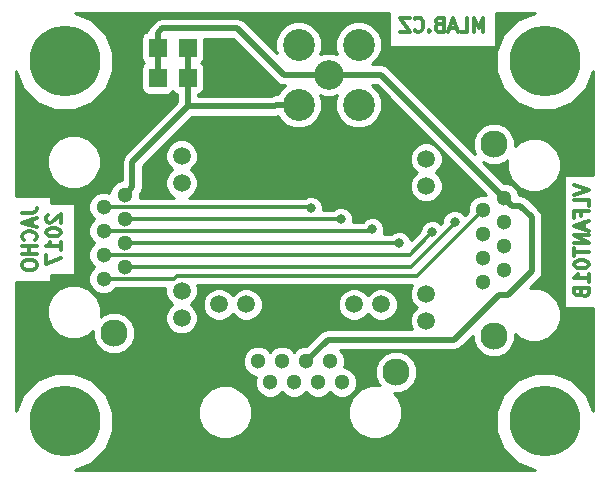
<source format=gbr>
G04 #@! TF.FileFunction,Copper,L2,Bot,Signal*
%FSLAX46Y46*%
G04 Gerber Fmt 4.6, Leading zero omitted, Abs format (unit mm)*
G04 Created by KiCad (PCBNEW (2016-09-17 revision 679eef1)-makepkg) date 01/31/17 07:18:29*
%MOMM*%
%LPD*%
G01*
G04 APERTURE LIST*
%ADD10C,0.500000*%
%ADD11C,0.300000*%
%ADD12C,2.500000*%
%ADD13C,2.700000*%
%ADD14R,1.524000X1.524000*%
%ADD15C,6.000000*%
%ADD16C,2.300000*%
%ADD17C,1.300000*%
%ADD18C,1.500000*%
%ADD19C,0.800000*%
%ADD20C,0.200000*%
%ADD21C,0.254000*%
G04 APERTURE END LIST*
D10*
D11*
X48237857Y25062857D02*
X49437857Y24662857D01*
X48237857Y24262857D01*
X49437857Y23291428D02*
X49437857Y23862857D01*
X48237857Y23862857D01*
X48809285Y22491428D02*
X48809285Y22891428D01*
X49437857Y22891428D02*
X48237857Y22891428D01*
X48237857Y22320000D01*
X49095000Y21920000D02*
X49095000Y21348571D01*
X49437857Y22034285D02*
X48237857Y21634285D01*
X49437857Y21234285D01*
X49437857Y20834285D02*
X48237857Y20834285D01*
X49437857Y20148571D01*
X48237857Y20148571D01*
X48237857Y19748571D02*
X48237857Y19062857D01*
X49437857Y19405714D02*
X48237857Y19405714D01*
X48237857Y18434285D02*
X48237857Y18320000D01*
X48295000Y18205714D01*
X48352142Y18148571D01*
X48466428Y18091428D01*
X48695000Y18034285D01*
X48980714Y18034285D01*
X49209285Y18091428D01*
X49323571Y18148571D01*
X49380714Y18205714D01*
X49437857Y18320000D01*
X49437857Y18434285D01*
X49380714Y18548571D01*
X49323571Y18605714D01*
X49209285Y18662857D01*
X48980714Y18720000D01*
X48695000Y18720000D01*
X48466428Y18662857D01*
X48352142Y18605714D01*
X48295000Y18548571D01*
X48237857Y18434285D01*
X49437857Y16891428D02*
X49437857Y17577142D01*
X49437857Y17234285D02*
X48237857Y17234285D01*
X48409285Y17348571D01*
X48523571Y17462857D01*
X48580714Y17577142D01*
X48809285Y15977142D02*
X48866428Y15805714D01*
X48923571Y15748571D01*
X49037857Y15691428D01*
X49209285Y15691428D01*
X49323571Y15748571D01*
X49380714Y15805714D01*
X49437857Y15920000D01*
X49437857Y16377142D01*
X48237857Y16377142D01*
X48237857Y15977142D01*
X48295000Y15862857D01*
X48352142Y15805714D01*
X48466428Y15748571D01*
X48580714Y15748571D01*
X48695000Y15805714D01*
X48752142Y15862857D01*
X48809285Y15977142D01*
X48809285Y16377142D01*
X1501857Y22710500D02*
X2359000Y22710500D01*
X2530428Y22767642D01*
X2644714Y22881928D01*
X2701857Y23053357D01*
X2701857Y23167642D01*
X2359000Y22196214D02*
X2359000Y21624785D01*
X2701857Y22310500D02*
X1501857Y21910500D01*
X2701857Y21510500D01*
X2587571Y20424785D02*
X2644714Y20481928D01*
X2701857Y20653357D01*
X2701857Y20767642D01*
X2644714Y20939071D01*
X2530428Y21053357D01*
X2416142Y21110500D01*
X2187571Y21167642D01*
X2016142Y21167642D01*
X1787571Y21110500D01*
X1673285Y21053357D01*
X1559000Y20939071D01*
X1501857Y20767642D01*
X1501857Y20653357D01*
X1559000Y20481928D01*
X1616142Y20424785D01*
X2701857Y19910500D02*
X1501857Y19910500D01*
X2073285Y19910500D02*
X2073285Y19224785D01*
X2701857Y19224785D02*
X1501857Y19224785D01*
X1501857Y18424785D02*
X1501857Y18196214D01*
X1559000Y18081928D01*
X1673285Y17967642D01*
X1901857Y17910500D01*
X2301857Y17910500D01*
X2530428Y17967642D01*
X2644714Y18081928D01*
X2701857Y18196214D01*
X2701857Y18424785D01*
X2644714Y18539071D01*
X2530428Y18653357D01*
X2301857Y18710500D01*
X1901857Y18710500D01*
X1673285Y18653357D01*
X1559000Y18539071D01*
X1501857Y18424785D01*
X3648142Y22567642D02*
X3591000Y22510500D01*
X3533857Y22396214D01*
X3533857Y22110500D01*
X3591000Y21996214D01*
X3648142Y21939071D01*
X3762428Y21881928D01*
X3876714Y21881928D01*
X4048142Y21939071D01*
X4733857Y22624785D01*
X4733857Y21881928D01*
X3533857Y21139071D02*
X3533857Y21024785D01*
X3591000Y20910500D01*
X3648142Y20853357D01*
X3762428Y20796214D01*
X3991000Y20739071D01*
X4276714Y20739071D01*
X4505285Y20796214D01*
X4619571Y20853357D01*
X4676714Y20910500D01*
X4733857Y21024785D01*
X4733857Y21139071D01*
X4676714Y21253357D01*
X4619571Y21310500D01*
X4505285Y21367642D01*
X4276714Y21424785D01*
X3991000Y21424785D01*
X3762428Y21367642D01*
X3648142Y21310500D01*
X3591000Y21253357D01*
X3533857Y21139071D01*
X4733857Y19596214D02*
X4733857Y20281928D01*
X4733857Y19939071D02*
X3533857Y19939071D01*
X3705285Y20053357D01*
X3819571Y20167642D01*
X3876714Y20281928D01*
X3533857Y19196214D02*
X3533857Y18396214D01*
X4733857Y18910500D01*
X40541142Y38065142D02*
X40541142Y39265142D01*
X40141142Y38408000D01*
X39741142Y39265142D01*
X39741142Y38065142D01*
X38598285Y38065142D02*
X39169714Y38065142D01*
X39169714Y39265142D01*
X38255428Y38408000D02*
X37684000Y38408000D01*
X38369714Y38065142D02*
X37969714Y39265142D01*
X37569714Y38065142D01*
X36769714Y38693714D02*
X36598285Y38636571D01*
X36541142Y38579428D01*
X36484000Y38465142D01*
X36484000Y38293714D01*
X36541142Y38179428D01*
X36598285Y38122285D01*
X36712571Y38065142D01*
X37169714Y38065142D01*
X37169714Y39265142D01*
X36769714Y39265142D01*
X36655428Y39208000D01*
X36598285Y39150857D01*
X36541142Y39036571D01*
X36541142Y38922285D01*
X36598285Y38808000D01*
X36655428Y38750857D01*
X36769714Y38693714D01*
X37169714Y38693714D01*
X35969714Y38179428D02*
X35912571Y38122285D01*
X35969714Y38065142D01*
X36026857Y38122285D01*
X35969714Y38179428D01*
X35969714Y38065142D01*
X34712571Y38179428D02*
X34769714Y38122285D01*
X34941142Y38065142D01*
X35055428Y38065142D01*
X35226857Y38122285D01*
X35341142Y38236571D01*
X35398285Y38350857D01*
X35455428Y38579428D01*
X35455428Y38750857D01*
X35398285Y38979428D01*
X35341142Y39093714D01*
X35226857Y39208000D01*
X35055428Y39265142D01*
X34941142Y39265142D01*
X34769714Y39208000D01*
X34712571Y39150857D01*
X34312571Y39265142D02*
X33512571Y39265142D01*
X34312571Y38065142D01*
X33512571Y38065142D01*
D12*
X27432000Y34417000D03*
D13*
X29972000Y31877000D03*
X24892000Y31877000D03*
X24892000Y36957000D03*
X29972000Y36957000D03*
D14*
X12954000Y34163000D03*
X12954000Y36703000D03*
X15494000Y34163000D03*
X15494000Y36703000D03*
X18034000Y34163000D03*
X18034000Y36703000D03*
D15*
X45720000Y35560000D03*
X45720000Y5080000D03*
X5080000Y35560000D03*
X5080000Y5080000D03*
D16*
X41401000Y28577000D03*
X41401000Y12317000D03*
D17*
X42291000Y17907000D03*
X42291000Y19937000D03*
X42291000Y21967000D03*
X42291000Y23997000D03*
X40511000Y16887000D03*
X40511000Y18917000D03*
X40511000Y20947000D03*
X40511000Y22977000D03*
D18*
X35691000Y27307000D03*
X35691000Y25017000D03*
X35691000Y15877000D03*
X35691000Y13587000D03*
X14982000Y27561000D03*
X14982000Y25271000D03*
X14982000Y16131000D03*
X14982000Y13841000D03*
D17*
X10162000Y18171000D03*
X10162000Y20201000D03*
X10162000Y22231000D03*
X10162000Y24261000D03*
X8382000Y17151000D03*
X8382000Y19181000D03*
X8382000Y21211000D03*
X8382000Y23241000D03*
D16*
X9272000Y28831000D03*
X9272000Y12571000D03*
X33149000Y9272000D03*
X16889000Y9272000D03*
D17*
X22479000Y8382000D03*
X24509000Y8382000D03*
X26539000Y8382000D03*
X28569000Y8382000D03*
X21459000Y10162000D03*
X23489000Y10162000D03*
X25519000Y10162000D03*
X27549000Y10162000D03*
D18*
X31879000Y14982000D03*
X29589000Y14982000D03*
X20449000Y14982000D03*
X18159000Y14982000D03*
D19*
X28194000Y4826000D03*
X26670000Y4826000D03*
X25146000Y4826000D03*
X23622000Y4826000D03*
X22098000Y4826000D03*
X46228000Y20320000D03*
X46228000Y17272000D03*
X46228000Y18542000D03*
X46228000Y21844000D03*
X46228000Y23368000D03*
X6350000Y18796000D03*
X6350000Y20320000D03*
X6350000Y23622000D03*
X6350000Y21844000D03*
X40640000Y32766000D03*
X39370000Y32766000D03*
X38100000Y32766000D03*
X36830000Y32766000D03*
X40132000Y8890000D03*
X38862000Y8890000D03*
X37592000Y8890000D03*
X36322000Y8890000D03*
X40132000Y9906000D03*
X38862000Y9906000D03*
X37592000Y9906000D03*
X36322000Y9906000D03*
X13716000Y4318000D03*
X13716000Y6350000D03*
X13716000Y7874000D03*
X13716000Y9398000D03*
X2286000Y30226000D03*
X4826000Y30226000D03*
X6604000Y30226000D03*
X26162000Y14986000D03*
X24384000Y14986000D03*
X38100000Y25908000D03*
X39370000Y24892000D03*
X18034000Y26924000D03*
X18034000Y28194000D03*
X18796000Y29210000D03*
X19812000Y29972000D03*
X36194996Y21082000D03*
X31115000Y21336000D03*
X25908000Y23114000D03*
X38100000Y21971000D03*
X33401000Y20193000D03*
X28448000Y22225000D03*
D10*
X38036500Y12001500D02*
X27358500Y12001500D01*
X27358500Y12001500D02*
X25519000Y10162000D01*
X41821999Y15786999D02*
X38036500Y12001500D01*
X44640500Y17780000D02*
X42647499Y15786999D01*
X42647499Y15786999D02*
X41821999Y15786999D01*
X44640500Y22352000D02*
X44640500Y17780000D01*
X43645499Y23347001D02*
X44640500Y22352000D01*
X42291000Y23997000D02*
X42940999Y23347001D01*
X42940999Y23347001D02*
X43645499Y23347001D01*
X42291000Y23997000D02*
X31871000Y34417000D01*
X31871000Y34417000D02*
X27432000Y34417000D01*
X12954000Y34163000D02*
X12954000Y36703000D01*
X19685000Y38354000D02*
X13343000Y38354000D01*
X13343000Y38354000D02*
X12954000Y37965000D01*
X12954000Y37965000D02*
X12954000Y36703000D01*
X23622000Y34417000D02*
X19685000Y38354000D01*
X27432000Y34417000D02*
X23622000Y34417000D01*
D20*
X26670000Y4826000D02*
X28194000Y4826000D01*
X23622000Y4826000D02*
X25146000Y4826000D01*
X16256000Y2540000D02*
X19812000Y2540000D01*
X19812000Y2540000D02*
X22098000Y4826000D01*
X14904001Y3891999D02*
X16256000Y2540000D01*
X13716000Y4318000D02*
X14142001Y3891999D01*
X14142001Y3891999D02*
X14904001Y3891999D01*
X46228000Y18542000D02*
X46228000Y20320000D01*
X46228000Y23368000D02*
X46228000Y21844000D01*
X6350000Y20320000D02*
X6350000Y18796000D01*
X6350000Y23056315D02*
X6350000Y23622000D01*
X6350000Y22352000D02*
X6350000Y23056315D01*
X6604000Y22098000D02*
X6350000Y22352000D01*
X6350000Y21844000D02*
X6350000Y23622000D01*
X39370000Y32766000D02*
X40640000Y32766000D01*
X36830000Y32766000D02*
X38100000Y32766000D01*
X38862000Y8890000D02*
X40132000Y8890000D01*
X36322000Y8890000D02*
X37592000Y8890000D01*
X38862000Y9906000D02*
X40132000Y9906000D01*
X36322000Y9906000D02*
X37592000Y9906000D01*
X13716000Y6350000D02*
X13716000Y4318000D01*
X13716000Y9398000D02*
X13716000Y7874000D01*
X4826000Y30226000D02*
X2286000Y30226000D01*
X9272000Y28831000D02*
X7877000Y30226000D01*
X7877000Y30226000D02*
X6604000Y30226000D01*
X18436655Y12446000D02*
X21844000Y12446000D01*
X21844000Y12446000D02*
X24384000Y14986000D01*
X16889000Y9272000D02*
X16889000Y10898345D01*
X16889000Y10898345D02*
X18436655Y12446000D01*
X33782000Y22860000D02*
X37338000Y22860000D01*
X37338000Y22860000D02*
X39370000Y24892000D01*
X27432000Y29210000D02*
X33782000Y22860000D01*
X18796000Y29210000D02*
X27432000Y29210000D01*
X18034000Y28194000D02*
X18034000Y26924000D01*
X19812000Y29972000D02*
X19558000Y29972000D01*
X19558000Y29972000D02*
X18796000Y29210000D01*
D10*
X24892000Y31877000D02*
X22982812Y31877000D01*
X22982812Y31877000D02*
X22855812Y31750000D01*
X22855812Y31750000D02*
X15494000Y31750000D01*
X15494000Y34163000D02*
X15494000Y36703000D01*
X10811999Y27067999D02*
X15494000Y31750000D01*
X15494000Y31750000D02*
X15494000Y34163000D01*
X10162000Y24261000D02*
X10811999Y24910999D01*
X10811999Y24910999D02*
X10811999Y27067999D01*
D11*
X8382000Y17151000D02*
X14373998Y17151000D01*
X14373998Y17151000D02*
X14602999Y17380001D01*
X14602999Y17380001D02*
X34906001Y17380001D01*
X34906001Y17380001D02*
X38735000Y21209000D01*
X38735000Y21209000D02*
X38743000Y21209000D01*
X38743000Y21209000D02*
X40511000Y22977000D01*
X35794997Y20682001D02*
X36194996Y21082000D01*
X34293996Y19181000D02*
X35794997Y20682001D01*
X8382000Y19181000D02*
X34293996Y19181000D01*
X30990000Y21211000D02*
X31115000Y21336000D01*
X8382000Y21211000D02*
X30990000Y21211000D01*
X25781000Y23241000D02*
X25908000Y23114000D01*
X8382000Y23241000D02*
X25781000Y23241000D01*
X34427000Y18171000D02*
X38100000Y21844000D01*
X38100000Y21844000D02*
X38100000Y21971000D01*
X10162000Y18171000D02*
X34427000Y18171000D01*
X33393000Y20201000D02*
X33401000Y20193000D01*
X10162000Y20201000D02*
X33393000Y20201000D01*
X28442000Y22231000D02*
X28448000Y22225000D01*
X10162000Y22231000D02*
X28442000Y22231000D01*
D21*
G36*
X32556143Y36812000D02*
X41611857Y36812000D01*
X41611857Y39676000D01*
X44874338Y39676000D01*
X43385296Y39060741D01*
X42223340Y37900810D01*
X41593718Y36384513D01*
X41592285Y34742690D01*
X42219259Y33225296D01*
X43379190Y32063340D01*
X44895487Y31433718D01*
X46537310Y31432285D01*
X48054704Y32059259D01*
X49216660Y33219190D01*
X49836000Y34710725D01*
X49836000Y25962143D01*
X47321000Y25962143D01*
X47321000Y14677857D01*
X49836000Y14677857D01*
X49836000Y5925662D01*
X49220741Y7414704D01*
X48060810Y8576660D01*
X46544513Y9206282D01*
X44902690Y9207715D01*
X43385296Y8580741D01*
X42223340Y7420810D01*
X41593718Y5904513D01*
X41592285Y4262690D01*
X42219259Y2745296D01*
X43379190Y1583340D01*
X44870725Y964000D01*
X5925662Y964000D01*
X7414704Y1579259D01*
X8576660Y2739190D01*
X9206282Y4255487D01*
X9207271Y5389479D01*
X16383604Y5389479D01*
X16730742Y4549342D01*
X17372961Y3906001D01*
X18212491Y3557397D01*
X19121521Y3556604D01*
X19961658Y3903742D01*
X20604999Y4545961D01*
X20953603Y5385491D01*
X20953606Y5389479D01*
X29083604Y5389479D01*
X29430742Y4549342D01*
X30072961Y3906001D01*
X30912491Y3557397D01*
X31821521Y3556604D01*
X32661658Y3903742D01*
X33304999Y4545961D01*
X33653603Y5385491D01*
X33654396Y6294521D01*
X33307258Y7134658D01*
X32955362Y7487169D01*
X33502501Y7486691D01*
X34158800Y7757868D01*
X34661367Y8259559D01*
X34933689Y8915384D01*
X34934309Y9625501D01*
X34663132Y10281800D01*
X34161441Y10784367D01*
X33505616Y11056689D01*
X32795499Y11057309D01*
X32139200Y10786132D01*
X31636633Y10284441D01*
X31364311Y9628616D01*
X31363691Y8918499D01*
X31634868Y8262200D01*
X31770180Y8126651D01*
X30916479Y8127396D01*
X30076342Y7780258D01*
X29433001Y7138039D01*
X29084397Y6298509D01*
X29083604Y5389479D01*
X20953606Y5389479D01*
X20954396Y6294521D01*
X20607258Y7134658D01*
X19965039Y7777999D01*
X19125509Y8126603D01*
X18216479Y8127396D01*
X17376342Y7780258D01*
X16733001Y7138039D01*
X16384397Y6298509D01*
X16383604Y5389479D01*
X9207271Y5389479D01*
X9207715Y5897310D01*
X8580741Y7414704D01*
X7420810Y8576660D01*
X5904513Y9206282D01*
X4262690Y9207715D01*
X2745296Y8580741D01*
X1583340Y7420810D01*
X964000Y5929275D01*
X964000Y13898479D01*
X3556604Y13898479D01*
X3903742Y13058342D01*
X4545961Y12415001D01*
X5385491Y12066397D01*
X6294521Y12065604D01*
X7134658Y12412742D01*
X7487169Y12764638D01*
X7486691Y12217499D01*
X7757868Y11561200D01*
X8259559Y11058633D01*
X8915384Y10786311D01*
X9625501Y10785691D01*
X10281800Y11056868D01*
X10784367Y11558559D01*
X11056689Y12214384D01*
X11057309Y12924501D01*
X10786132Y13580800D01*
X10284441Y14083367D01*
X9628616Y14355689D01*
X8918499Y14356309D01*
X8262200Y14085132D01*
X8126651Y13949820D01*
X8127396Y14803521D01*
X7780258Y15643658D01*
X7138039Y16286999D01*
X6298509Y16635603D01*
X5389479Y16636396D01*
X4549342Y16289258D01*
X3906001Y15647039D01*
X3557397Y14807509D01*
X3556604Y13898479D01*
X964000Y13898479D01*
X964000Y16896929D01*
X3955000Y16896929D01*
X3955000Y17439786D01*
X5987000Y17439786D01*
X5987000Y22986519D01*
X7096777Y22986519D01*
X7291995Y22514057D01*
X7579734Y22225814D01*
X7293265Y21939845D01*
X7097223Y21467724D01*
X7096777Y20956519D01*
X7291995Y20484057D01*
X7579734Y20195814D01*
X7293265Y19909845D01*
X7097223Y19437724D01*
X7096777Y18926519D01*
X7291995Y18454057D01*
X7579734Y18165814D01*
X7293265Y17879845D01*
X7097223Y17407724D01*
X7096777Y16896519D01*
X7291995Y16424057D01*
X7653155Y16062265D01*
X8125276Y15866223D01*
X8636481Y15865777D01*
X9108943Y16060995D01*
X9414482Y16366000D01*
X13597205Y16366000D01*
X13596760Y15856715D01*
X13807169Y15347485D01*
X14168313Y14985711D01*
X13808539Y14626564D01*
X13597241Y14117702D01*
X13596760Y13566715D01*
X13807169Y13057485D01*
X14196436Y12667539D01*
X14705298Y12456241D01*
X15256285Y12455760D01*
X15765515Y12666169D01*
X16155461Y13055436D01*
X16366759Y13564298D01*
X16367240Y14115285D01*
X16156831Y14624515D01*
X16073776Y14707715D01*
X16773760Y14707715D01*
X16984169Y14198485D01*
X17373436Y13808539D01*
X17882298Y13597241D01*
X18433285Y13596760D01*
X18942515Y13807169D01*
X19304289Y14168313D01*
X19663436Y13808539D01*
X20172298Y13597241D01*
X20723285Y13596760D01*
X21232515Y13807169D01*
X21622461Y14196436D01*
X21833759Y14705298D01*
X21833761Y14707715D01*
X28203760Y14707715D01*
X28414169Y14198485D01*
X28803436Y13808539D01*
X29312298Y13597241D01*
X29863285Y13596760D01*
X30372515Y13807169D01*
X30734289Y14168313D01*
X31093436Y13808539D01*
X31602298Y13597241D01*
X32153285Y13596760D01*
X32662515Y13807169D01*
X33052461Y14196436D01*
X33263759Y14705298D01*
X33264240Y15256285D01*
X33053831Y15765515D01*
X32664564Y16155461D01*
X32155702Y16366759D01*
X31604715Y16367240D01*
X31095485Y16156831D01*
X30733711Y15795687D01*
X30374564Y16155461D01*
X29865702Y16366759D01*
X29314715Y16367240D01*
X28805485Y16156831D01*
X28415539Y15767564D01*
X28204241Y15258702D01*
X28203760Y14707715D01*
X21833761Y14707715D01*
X21834240Y15256285D01*
X21623831Y15765515D01*
X21234564Y16155461D01*
X20725702Y16366759D01*
X20174715Y16367240D01*
X19665485Y16156831D01*
X19303711Y15795687D01*
X18944564Y16155461D01*
X18435702Y16366759D01*
X17884715Y16367240D01*
X17375485Y16156831D01*
X16985539Y15767564D01*
X16774241Y15258702D01*
X16773760Y14707715D01*
X16073776Y14707715D01*
X15795687Y14986289D01*
X16155461Y15345436D01*
X16366759Y15854298D01*
X16367240Y16405285D01*
X16288851Y16595001D01*
X34489484Y16595001D01*
X34306241Y16153702D01*
X34305760Y15602715D01*
X34516169Y15093485D01*
X34877313Y14731711D01*
X34517539Y14372564D01*
X34306241Y13863702D01*
X34305760Y13312715D01*
X34481868Y12886500D01*
X27358505Y12886500D01*
X27358500Y12886501D01*
X27076016Y12830310D01*
X27019825Y12819133D01*
X26732710Y12627290D01*
X26732708Y12627287D01*
X25552392Y11446972D01*
X25264519Y11447223D01*
X24792057Y11252005D01*
X24503814Y10964266D01*
X24217845Y11250735D01*
X23745724Y11446777D01*
X23234519Y11447223D01*
X22762057Y11252005D01*
X22473814Y10964266D01*
X22187845Y11250735D01*
X21715724Y11446777D01*
X21204519Y11447223D01*
X20732057Y11252005D01*
X20370265Y10890845D01*
X20174223Y10418724D01*
X20173777Y9907519D01*
X20368995Y9435057D01*
X20730155Y9073265D01*
X21202276Y8877223D01*
X21293224Y8877144D01*
X21194223Y8638724D01*
X21193777Y8127519D01*
X21388995Y7655057D01*
X21750155Y7293265D01*
X22222276Y7097223D01*
X22733481Y7096777D01*
X23205943Y7291995D01*
X23494186Y7579734D01*
X23780155Y7293265D01*
X24252276Y7097223D01*
X24763481Y7096777D01*
X25235943Y7291995D01*
X25524186Y7579734D01*
X25810155Y7293265D01*
X26282276Y7097223D01*
X26793481Y7096777D01*
X27265943Y7291995D01*
X27554186Y7579734D01*
X27840155Y7293265D01*
X28312276Y7097223D01*
X28823481Y7096777D01*
X29295943Y7291995D01*
X29657735Y7653155D01*
X29853777Y8125276D01*
X29854223Y8636481D01*
X29659005Y9108943D01*
X29297845Y9470735D01*
X28825724Y9666777D01*
X28734776Y9666856D01*
X28833777Y9905276D01*
X28834223Y10416481D01*
X28639005Y10888943D01*
X28411846Y11116500D01*
X38036495Y11116500D01*
X38036500Y11116499D01*
X38318984Y11172690D01*
X38375175Y11183867D01*
X38662290Y11375710D01*
X38662291Y11375711D01*
X39616010Y12329431D01*
X39615691Y11963499D01*
X39886868Y11307200D01*
X40388559Y10804633D01*
X41044384Y10532311D01*
X41754501Y10531691D01*
X42410800Y10802868D01*
X42913367Y11304559D01*
X43185689Y11960384D01*
X43186169Y12510402D01*
X43534961Y12161001D01*
X44374491Y11812397D01*
X45283521Y11811604D01*
X46123658Y12158742D01*
X46766999Y12800961D01*
X47115603Y13640491D01*
X47116396Y14549521D01*
X46769258Y15389658D01*
X46127039Y16032999D01*
X45287509Y16381603D01*
X44494374Y16382295D01*
X45266287Y17154208D01*
X45266290Y17154210D01*
X45458133Y17441325D01*
X45492469Y17613943D01*
X45525501Y17780000D01*
X45525500Y17780005D01*
X45525500Y22351995D01*
X45525501Y22352000D01*
X45460934Y22676594D01*
X45458133Y22690675D01*
X45266290Y22977790D01*
X45266287Y22977792D01*
X44271289Y23972791D01*
X44191657Y24025999D01*
X43984174Y24164634D01*
X43927983Y24175811D01*
X43645499Y24232002D01*
X43645494Y24232001D01*
X43576206Y24232001D01*
X43576223Y24251481D01*
X43381005Y24723943D01*
X43019845Y25085735D01*
X42547724Y25281777D01*
X42257549Y25282030D01*
X40536289Y27003290D01*
X41044384Y26792311D01*
X41754501Y26791691D01*
X42410800Y27062868D01*
X42546349Y27198180D01*
X42545604Y26344479D01*
X42892742Y25504342D01*
X43534961Y24861001D01*
X44374491Y24512397D01*
X45283521Y24511604D01*
X46123658Y24858742D01*
X46766999Y25500961D01*
X47115603Y26340491D01*
X47116396Y27249521D01*
X46769258Y28089658D01*
X46127039Y28732999D01*
X45287509Y29081603D01*
X44378479Y29082396D01*
X43538342Y28735258D01*
X43185831Y28383362D01*
X43186309Y28930501D01*
X42915132Y29586800D01*
X42413441Y30089367D01*
X41757616Y30361689D01*
X41047499Y30362309D01*
X40391200Y30091132D01*
X39888633Y29589441D01*
X39616311Y28933616D01*
X39615691Y28223499D01*
X39826657Y27712923D01*
X32496790Y35042790D01*
X32488993Y35048000D01*
X32209675Y35234633D01*
X32153484Y35245810D01*
X31871000Y35302001D01*
X31870995Y35302000D01*
X31123775Y35302000D01*
X31653819Y35831120D01*
X31956654Y36560427D01*
X31957343Y37350109D01*
X31655782Y38079943D01*
X31097880Y38638819D01*
X30368573Y38941654D01*
X29578891Y38942343D01*
X28849057Y38640782D01*
X28290181Y38082880D01*
X27987346Y37353573D01*
X27986657Y36563891D01*
X28154320Y36158114D01*
X27808595Y36301672D01*
X27058695Y36302326D01*
X26709583Y36158076D01*
X26876654Y36560427D01*
X26877343Y37350109D01*
X26575782Y38079943D01*
X26017880Y38638819D01*
X25288573Y38941654D01*
X24498891Y38942343D01*
X23769057Y38640782D01*
X23210181Y38082880D01*
X22907346Y37353573D01*
X22906657Y36563891D01*
X23033379Y36257200D01*
X20310790Y38979790D01*
X20195745Y39056660D01*
X20023675Y39171633D01*
X19967484Y39182810D01*
X19685000Y39239001D01*
X19684995Y39239000D01*
X13343005Y39239000D01*
X13343000Y39239001D01*
X13004325Y39171633D01*
X12717210Y38979790D01*
X12717208Y38979787D01*
X12328210Y38590790D01*
X12136367Y38303675D01*
X12136367Y38303674D01*
X12094468Y38093040D01*
X11944235Y38063157D01*
X11734191Y37922809D01*
X11593843Y37712765D01*
X11544560Y37465000D01*
X11544560Y35941000D01*
X11593843Y35693235D01*
X11734191Y35483191D01*
X11809307Y35433000D01*
X11734191Y35382809D01*
X11593843Y35172765D01*
X11544560Y34925000D01*
X11544560Y33401000D01*
X11593843Y33153235D01*
X11734191Y32943191D01*
X11944235Y32802843D01*
X12192000Y32753560D01*
X13716000Y32753560D01*
X13963765Y32802843D01*
X14173809Y32943191D01*
X14224000Y33018307D01*
X14274191Y32943191D01*
X14484235Y32802843D01*
X14609000Y32778026D01*
X14609000Y32116579D01*
X10186209Y27693789D01*
X9994366Y27406674D01*
X9994366Y27406673D01*
X9926998Y27067999D01*
X9926999Y27067994D01*
X9926999Y25546206D01*
X9907519Y25546223D01*
X9435057Y25351005D01*
X9073265Y24989845D01*
X8877223Y24517724D01*
X8877144Y24426776D01*
X8638724Y24525777D01*
X8127519Y24526223D01*
X7655057Y24331005D01*
X7293265Y23969845D01*
X7097223Y23497724D01*
X7096777Y22986519D01*
X5987000Y22986519D01*
X5987000Y23581215D01*
X3955000Y23581215D01*
X3955000Y24124072D01*
X964000Y24124072D01*
X964000Y26598479D01*
X3556604Y26598479D01*
X3903742Y25758342D01*
X4545961Y25115001D01*
X5385491Y24766397D01*
X6294521Y24765604D01*
X7134658Y25112742D01*
X7777999Y25754961D01*
X8126603Y26594491D01*
X8127396Y27503521D01*
X7780258Y28343658D01*
X7138039Y28986999D01*
X6298509Y29335603D01*
X5389479Y29336396D01*
X4549342Y28989258D01*
X3906001Y28347039D01*
X3557397Y27507509D01*
X3556604Y26598479D01*
X964000Y26598479D01*
X964000Y34714338D01*
X1579259Y33225296D01*
X2739190Y32063340D01*
X4255487Y31433718D01*
X5897310Y31432285D01*
X7414704Y32059259D01*
X8576660Y33219190D01*
X9206282Y34735487D01*
X9207715Y36377310D01*
X8580741Y37894704D01*
X7420810Y39056660D01*
X5929275Y39676000D01*
X32556143Y39676000D01*
X32556143Y36812000D01*
X32556143Y36812000D01*
G37*
X32556143Y36812000D02*
X41611857Y36812000D01*
X41611857Y39676000D01*
X44874338Y39676000D01*
X43385296Y39060741D01*
X42223340Y37900810D01*
X41593718Y36384513D01*
X41592285Y34742690D01*
X42219259Y33225296D01*
X43379190Y32063340D01*
X44895487Y31433718D01*
X46537310Y31432285D01*
X48054704Y32059259D01*
X49216660Y33219190D01*
X49836000Y34710725D01*
X49836000Y25962143D01*
X47321000Y25962143D01*
X47321000Y14677857D01*
X49836000Y14677857D01*
X49836000Y5925662D01*
X49220741Y7414704D01*
X48060810Y8576660D01*
X46544513Y9206282D01*
X44902690Y9207715D01*
X43385296Y8580741D01*
X42223340Y7420810D01*
X41593718Y5904513D01*
X41592285Y4262690D01*
X42219259Y2745296D01*
X43379190Y1583340D01*
X44870725Y964000D01*
X5925662Y964000D01*
X7414704Y1579259D01*
X8576660Y2739190D01*
X9206282Y4255487D01*
X9207271Y5389479D01*
X16383604Y5389479D01*
X16730742Y4549342D01*
X17372961Y3906001D01*
X18212491Y3557397D01*
X19121521Y3556604D01*
X19961658Y3903742D01*
X20604999Y4545961D01*
X20953603Y5385491D01*
X20953606Y5389479D01*
X29083604Y5389479D01*
X29430742Y4549342D01*
X30072961Y3906001D01*
X30912491Y3557397D01*
X31821521Y3556604D01*
X32661658Y3903742D01*
X33304999Y4545961D01*
X33653603Y5385491D01*
X33654396Y6294521D01*
X33307258Y7134658D01*
X32955362Y7487169D01*
X33502501Y7486691D01*
X34158800Y7757868D01*
X34661367Y8259559D01*
X34933689Y8915384D01*
X34934309Y9625501D01*
X34663132Y10281800D01*
X34161441Y10784367D01*
X33505616Y11056689D01*
X32795499Y11057309D01*
X32139200Y10786132D01*
X31636633Y10284441D01*
X31364311Y9628616D01*
X31363691Y8918499D01*
X31634868Y8262200D01*
X31770180Y8126651D01*
X30916479Y8127396D01*
X30076342Y7780258D01*
X29433001Y7138039D01*
X29084397Y6298509D01*
X29083604Y5389479D01*
X20953606Y5389479D01*
X20954396Y6294521D01*
X20607258Y7134658D01*
X19965039Y7777999D01*
X19125509Y8126603D01*
X18216479Y8127396D01*
X17376342Y7780258D01*
X16733001Y7138039D01*
X16384397Y6298509D01*
X16383604Y5389479D01*
X9207271Y5389479D01*
X9207715Y5897310D01*
X8580741Y7414704D01*
X7420810Y8576660D01*
X5904513Y9206282D01*
X4262690Y9207715D01*
X2745296Y8580741D01*
X1583340Y7420810D01*
X964000Y5929275D01*
X964000Y13898479D01*
X3556604Y13898479D01*
X3903742Y13058342D01*
X4545961Y12415001D01*
X5385491Y12066397D01*
X6294521Y12065604D01*
X7134658Y12412742D01*
X7487169Y12764638D01*
X7486691Y12217499D01*
X7757868Y11561200D01*
X8259559Y11058633D01*
X8915384Y10786311D01*
X9625501Y10785691D01*
X10281800Y11056868D01*
X10784367Y11558559D01*
X11056689Y12214384D01*
X11057309Y12924501D01*
X10786132Y13580800D01*
X10284441Y14083367D01*
X9628616Y14355689D01*
X8918499Y14356309D01*
X8262200Y14085132D01*
X8126651Y13949820D01*
X8127396Y14803521D01*
X7780258Y15643658D01*
X7138039Y16286999D01*
X6298509Y16635603D01*
X5389479Y16636396D01*
X4549342Y16289258D01*
X3906001Y15647039D01*
X3557397Y14807509D01*
X3556604Y13898479D01*
X964000Y13898479D01*
X964000Y16896929D01*
X3955000Y16896929D01*
X3955000Y17439786D01*
X5987000Y17439786D01*
X5987000Y22986519D01*
X7096777Y22986519D01*
X7291995Y22514057D01*
X7579734Y22225814D01*
X7293265Y21939845D01*
X7097223Y21467724D01*
X7096777Y20956519D01*
X7291995Y20484057D01*
X7579734Y20195814D01*
X7293265Y19909845D01*
X7097223Y19437724D01*
X7096777Y18926519D01*
X7291995Y18454057D01*
X7579734Y18165814D01*
X7293265Y17879845D01*
X7097223Y17407724D01*
X7096777Y16896519D01*
X7291995Y16424057D01*
X7653155Y16062265D01*
X8125276Y15866223D01*
X8636481Y15865777D01*
X9108943Y16060995D01*
X9414482Y16366000D01*
X13597205Y16366000D01*
X13596760Y15856715D01*
X13807169Y15347485D01*
X14168313Y14985711D01*
X13808539Y14626564D01*
X13597241Y14117702D01*
X13596760Y13566715D01*
X13807169Y13057485D01*
X14196436Y12667539D01*
X14705298Y12456241D01*
X15256285Y12455760D01*
X15765515Y12666169D01*
X16155461Y13055436D01*
X16366759Y13564298D01*
X16367240Y14115285D01*
X16156831Y14624515D01*
X16073776Y14707715D01*
X16773760Y14707715D01*
X16984169Y14198485D01*
X17373436Y13808539D01*
X17882298Y13597241D01*
X18433285Y13596760D01*
X18942515Y13807169D01*
X19304289Y14168313D01*
X19663436Y13808539D01*
X20172298Y13597241D01*
X20723285Y13596760D01*
X21232515Y13807169D01*
X21622461Y14196436D01*
X21833759Y14705298D01*
X21833761Y14707715D01*
X28203760Y14707715D01*
X28414169Y14198485D01*
X28803436Y13808539D01*
X29312298Y13597241D01*
X29863285Y13596760D01*
X30372515Y13807169D01*
X30734289Y14168313D01*
X31093436Y13808539D01*
X31602298Y13597241D01*
X32153285Y13596760D01*
X32662515Y13807169D01*
X33052461Y14196436D01*
X33263759Y14705298D01*
X33264240Y15256285D01*
X33053831Y15765515D01*
X32664564Y16155461D01*
X32155702Y16366759D01*
X31604715Y16367240D01*
X31095485Y16156831D01*
X30733711Y15795687D01*
X30374564Y16155461D01*
X29865702Y16366759D01*
X29314715Y16367240D01*
X28805485Y16156831D01*
X28415539Y15767564D01*
X28204241Y15258702D01*
X28203760Y14707715D01*
X21833761Y14707715D01*
X21834240Y15256285D01*
X21623831Y15765515D01*
X21234564Y16155461D01*
X20725702Y16366759D01*
X20174715Y16367240D01*
X19665485Y16156831D01*
X19303711Y15795687D01*
X18944564Y16155461D01*
X18435702Y16366759D01*
X17884715Y16367240D01*
X17375485Y16156831D01*
X16985539Y15767564D01*
X16774241Y15258702D01*
X16773760Y14707715D01*
X16073776Y14707715D01*
X15795687Y14986289D01*
X16155461Y15345436D01*
X16366759Y15854298D01*
X16367240Y16405285D01*
X16288851Y16595001D01*
X34489484Y16595001D01*
X34306241Y16153702D01*
X34305760Y15602715D01*
X34516169Y15093485D01*
X34877313Y14731711D01*
X34517539Y14372564D01*
X34306241Y13863702D01*
X34305760Y13312715D01*
X34481868Y12886500D01*
X27358505Y12886500D01*
X27358500Y12886501D01*
X27076016Y12830310D01*
X27019825Y12819133D01*
X26732710Y12627290D01*
X26732708Y12627287D01*
X25552392Y11446972D01*
X25264519Y11447223D01*
X24792057Y11252005D01*
X24503814Y10964266D01*
X24217845Y11250735D01*
X23745724Y11446777D01*
X23234519Y11447223D01*
X22762057Y11252005D01*
X22473814Y10964266D01*
X22187845Y11250735D01*
X21715724Y11446777D01*
X21204519Y11447223D01*
X20732057Y11252005D01*
X20370265Y10890845D01*
X20174223Y10418724D01*
X20173777Y9907519D01*
X20368995Y9435057D01*
X20730155Y9073265D01*
X21202276Y8877223D01*
X21293224Y8877144D01*
X21194223Y8638724D01*
X21193777Y8127519D01*
X21388995Y7655057D01*
X21750155Y7293265D01*
X22222276Y7097223D01*
X22733481Y7096777D01*
X23205943Y7291995D01*
X23494186Y7579734D01*
X23780155Y7293265D01*
X24252276Y7097223D01*
X24763481Y7096777D01*
X25235943Y7291995D01*
X25524186Y7579734D01*
X25810155Y7293265D01*
X26282276Y7097223D01*
X26793481Y7096777D01*
X27265943Y7291995D01*
X27554186Y7579734D01*
X27840155Y7293265D01*
X28312276Y7097223D01*
X28823481Y7096777D01*
X29295943Y7291995D01*
X29657735Y7653155D01*
X29853777Y8125276D01*
X29854223Y8636481D01*
X29659005Y9108943D01*
X29297845Y9470735D01*
X28825724Y9666777D01*
X28734776Y9666856D01*
X28833777Y9905276D01*
X28834223Y10416481D01*
X28639005Y10888943D01*
X28411846Y11116500D01*
X38036495Y11116500D01*
X38036500Y11116499D01*
X38318984Y11172690D01*
X38375175Y11183867D01*
X38662290Y11375710D01*
X38662291Y11375711D01*
X39616010Y12329431D01*
X39615691Y11963499D01*
X39886868Y11307200D01*
X40388559Y10804633D01*
X41044384Y10532311D01*
X41754501Y10531691D01*
X42410800Y10802868D01*
X42913367Y11304559D01*
X43185689Y11960384D01*
X43186169Y12510402D01*
X43534961Y12161001D01*
X44374491Y11812397D01*
X45283521Y11811604D01*
X46123658Y12158742D01*
X46766999Y12800961D01*
X47115603Y13640491D01*
X47116396Y14549521D01*
X46769258Y15389658D01*
X46127039Y16032999D01*
X45287509Y16381603D01*
X44494374Y16382295D01*
X45266287Y17154208D01*
X45266290Y17154210D01*
X45458133Y17441325D01*
X45492469Y17613943D01*
X45525501Y17780000D01*
X45525500Y17780005D01*
X45525500Y22351995D01*
X45525501Y22352000D01*
X45460934Y22676594D01*
X45458133Y22690675D01*
X45266290Y22977790D01*
X45266287Y22977792D01*
X44271289Y23972791D01*
X44191657Y24025999D01*
X43984174Y24164634D01*
X43927983Y24175811D01*
X43645499Y24232002D01*
X43645494Y24232001D01*
X43576206Y24232001D01*
X43576223Y24251481D01*
X43381005Y24723943D01*
X43019845Y25085735D01*
X42547724Y25281777D01*
X42257549Y25282030D01*
X40536289Y27003290D01*
X41044384Y26792311D01*
X41754501Y26791691D01*
X42410800Y27062868D01*
X42546349Y27198180D01*
X42545604Y26344479D01*
X42892742Y25504342D01*
X43534961Y24861001D01*
X44374491Y24512397D01*
X45283521Y24511604D01*
X46123658Y24858742D01*
X46766999Y25500961D01*
X47115603Y26340491D01*
X47116396Y27249521D01*
X46769258Y28089658D01*
X46127039Y28732999D01*
X45287509Y29081603D01*
X44378479Y29082396D01*
X43538342Y28735258D01*
X43185831Y28383362D01*
X43186309Y28930501D01*
X42915132Y29586800D01*
X42413441Y30089367D01*
X41757616Y30361689D01*
X41047499Y30362309D01*
X40391200Y30091132D01*
X39888633Y29589441D01*
X39616311Y28933616D01*
X39615691Y28223499D01*
X39826657Y27712923D01*
X32496790Y35042790D01*
X32488993Y35048000D01*
X32209675Y35234633D01*
X32153484Y35245810D01*
X31871000Y35302001D01*
X31870995Y35302000D01*
X31123775Y35302000D01*
X31653819Y35831120D01*
X31956654Y36560427D01*
X31957343Y37350109D01*
X31655782Y38079943D01*
X31097880Y38638819D01*
X30368573Y38941654D01*
X29578891Y38942343D01*
X28849057Y38640782D01*
X28290181Y38082880D01*
X27987346Y37353573D01*
X27986657Y36563891D01*
X28154320Y36158114D01*
X27808595Y36301672D01*
X27058695Y36302326D01*
X26709583Y36158076D01*
X26876654Y36560427D01*
X26877343Y37350109D01*
X26575782Y38079943D01*
X26017880Y38638819D01*
X25288573Y38941654D01*
X24498891Y38942343D01*
X23769057Y38640782D01*
X23210181Y38082880D01*
X22907346Y37353573D01*
X22906657Y36563891D01*
X23033379Y36257200D01*
X20310790Y38979790D01*
X20195745Y39056660D01*
X20023675Y39171633D01*
X19967484Y39182810D01*
X19685000Y39239001D01*
X19684995Y39239000D01*
X13343005Y39239000D01*
X13343000Y39239001D01*
X13004325Y39171633D01*
X12717210Y38979790D01*
X12717208Y38979787D01*
X12328210Y38590790D01*
X12136367Y38303675D01*
X12136367Y38303674D01*
X12094468Y38093040D01*
X11944235Y38063157D01*
X11734191Y37922809D01*
X11593843Y37712765D01*
X11544560Y37465000D01*
X11544560Y35941000D01*
X11593843Y35693235D01*
X11734191Y35483191D01*
X11809307Y35433000D01*
X11734191Y35382809D01*
X11593843Y35172765D01*
X11544560Y34925000D01*
X11544560Y33401000D01*
X11593843Y33153235D01*
X11734191Y32943191D01*
X11944235Y32802843D01*
X12192000Y32753560D01*
X13716000Y32753560D01*
X13963765Y32802843D01*
X14173809Y32943191D01*
X14224000Y33018307D01*
X14274191Y32943191D01*
X14484235Y32802843D01*
X14609000Y32778026D01*
X14609000Y32116579D01*
X10186209Y27693789D01*
X9994366Y27406674D01*
X9994366Y27406673D01*
X9926998Y27067999D01*
X9926999Y27067994D01*
X9926999Y25546206D01*
X9907519Y25546223D01*
X9435057Y25351005D01*
X9073265Y24989845D01*
X8877223Y24517724D01*
X8877144Y24426776D01*
X8638724Y24525777D01*
X8127519Y24526223D01*
X7655057Y24331005D01*
X7293265Y23969845D01*
X7097223Y23497724D01*
X7096777Y22986519D01*
X5987000Y22986519D01*
X5987000Y23581215D01*
X3955000Y23581215D01*
X3955000Y24124072D01*
X964000Y24124072D01*
X964000Y26598479D01*
X3556604Y26598479D01*
X3903742Y25758342D01*
X4545961Y25115001D01*
X5385491Y24766397D01*
X6294521Y24765604D01*
X7134658Y25112742D01*
X7777999Y25754961D01*
X8126603Y26594491D01*
X8127396Y27503521D01*
X7780258Y28343658D01*
X7138039Y28986999D01*
X6298509Y29335603D01*
X5389479Y29336396D01*
X4549342Y28989258D01*
X3906001Y28347039D01*
X3557397Y27507509D01*
X3556604Y26598479D01*
X964000Y26598479D01*
X964000Y34714338D01*
X1579259Y33225296D01*
X2739190Y32063340D01*
X4255487Y31433718D01*
X5897310Y31432285D01*
X7414704Y32059259D01*
X8576660Y33219190D01*
X9206282Y34735487D01*
X9207715Y36377310D01*
X8580741Y37894704D01*
X7420810Y39056660D01*
X5929275Y39676000D01*
X32556143Y39676000D01*
X32556143Y36812000D01*
G36*
X40779558Y24256863D02*
X40767724Y24261777D01*
X40256519Y24262223D01*
X39784057Y24067005D01*
X39422265Y23705845D01*
X39226223Y23233724D01*
X39225846Y22802004D01*
X38978648Y22554806D01*
X38977942Y22556515D01*
X38687046Y22847919D01*
X38306777Y23005820D01*
X37895029Y23006179D01*
X37514485Y22848942D01*
X37223081Y22558046D01*
X37065180Y22177777D01*
X37064954Y21919112D01*
X36943261Y21797419D01*
X36782042Y21958919D01*
X36401773Y22116820D01*
X35990025Y22117179D01*
X35609481Y21959942D01*
X35318077Y21669046D01*
X35160176Y21288777D01*
X35160061Y21157223D01*
X34425837Y20422999D01*
X34278942Y20778515D01*
X33988046Y21069919D01*
X33607777Y21227820D01*
X33196029Y21228179D01*
X32815485Y21070942D01*
X32730395Y20986000D01*
X32090349Y20986000D01*
X32149820Y21129223D01*
X32150179Y21540971D01*
X31992942Y21921515D01*
X31702046Y22212919D01*
X31321777Y22370820D01*
X30910029Y22371179D01*
X30529485Y22213942D01*
X30311162Y21996000D01*
X29473592Y21996000D01*
X29482820Y22018223D01*
X29483179Y22429971D01*
X29325942Y22810515D01*
X29035046Y23101919D01*
X28654777Y23259820D01*
X28243029Y23260179D01*
X27862485Y23102942D01*
X27775391Y23016000D01*
X26942915Y23016000D01*
X26943179Y23318971D01*
X26785942Y23699515D01*
X26495046Y23990919D01*
X26114777Y24148820D01*
X25703029Y24149179D01*
X25404912Y24026000D01*
X15595693Y24026000D01*
X15765515Y24096169D01*
X16155461Y24485436D01*
X16366759Y24994298D01*
X16367240Y25545285D01*
X16156831Y26054515D01*
X15795687Y26416289D01*
X16155461Y26775436D01*
X16262292Y27032715D01*
X34305760Y27032715D01*
X34516169Y26523485D01*
X34877313Y26161711D01*
X34517539Y25802564D01*
X34306241Y25293702D01*
X34305760Y24742715D01*
X34516169Y24233485D01*
X34905436Y23843539D01*
X35414298Y23632241D01*
X35965285Y23631760D01*
X36474515Y23842169D01*
X36864461Y24231436D01*
X37075759Y24740298D01*
X37076240Y25291285D01*
X36865831Y25800515D01*
X36504687Y26162289D01*
X36864461Y26521436D01*
X37075759Y27030298D01*
X37076240Y27581285D01*
X36865831Y28090515D01*
X36476564Y28480461D01*
X35967702Y28691759D01*
X35416715Y28692240D01*
X34907485Y28481831D01*
X34517539Y28092564D01*
X34306241Y27583702D01*
X34305760Y27032715D01*
X16262292Y27032715D01*
X16366759Y27284298D01*
X16367240Y27835285D01*
X16156831Y28344515D01*
X15767564Y28734461D01*
X15258702Y28945759D01*
X14707715Y28946240D01*
X14198485Y28735831D01*
X13808539Y28346564D01*
X13597241Y27837702D01*
X13596760Y27286715D01*
X13807169Y26777485D01*
X14168313Y26415711D01*
X13808539Y26056564D01*
X13597241Y25547702D01*
X13596760Y24996715D01*
X13807169Y24487485D01*
X14196436Y24097539D01*
X14368721Y24026000D01*
X11446796Y24026000D01*
X11447034Y24299045D01*
X11629632Y24572324D01*
X11696999Y24910999D01*
X11696999Y26701419D01*
X15860579Y30865000D01*
X22855807Y30865000D01*
X22855812Y30864999D01*
X23138296Y30921190D01*
X23139095Y30921349D01*
X23208218Y30754057D01*
X23766120Y30195181D01*
X24495427Y29892346D01*
X25285109Y29891657D01*
X26014943Y30193218D01*
X26573819Y30751120D01*
X26876654Y31480427D01*
X26877343Y32270109D01*
X26709680Y32675886D01*
X27055405Y32532328D01*
X27805305Y32531674D01*
X28154417Y32675924D01*
X27987346Y32273573D01*
X27986657Y31483891D01*
X28288218Y30754057D01*
X28846120Y30195181D01*
X29575427Y29892346D01*
X30365109Y29891657D01*
X31094943Y30193218D01*
X31653819Y30751120D01*
X31956654Y31480427D01*
X31957343Y32270109D01*
X31655782Y32999943D01*
X31124652Y33532000D01*
X31504420Y33532000D01*
X40779558Y24256863D01*
X40779558Y24256863D01*
G37*
X40779558Y24256863D02*
X40767724Y24261777D01*
X40256519Y24262223D01*
X39784057Y24067005D01*
X39422265Y23705845D01*
X39226223Y23233724D01*
X39225846Y22802004D01*
X38978648Y22554806D01*
X38977942Y22556515D01*
X38687046Y22847919D01*
X38306777Y23005820D01*
X37895029Y23006179D01*
X37514485Y22848942D01*
X37223081Y22558046D01*
X37065180Y22177777D01*
X37064954Y21919112D01*
X36943261Y21797419D01*
X36782042Y21958919D01*
X36401773Y22116820D01*
X35990025Y22117179D01*
X35609481Y21959942D01*
X35318077Y21669046D01*
X35160176Y21288777D01*
X35160061Y21157223D01*
X34425837Y20422999D01*
X34278942Y20778515D01*
X33988046Y21069919D01*
X33607777Y21227820D01*
X33196029Y21228179D01*
X32815485Y21070942D01*
X32730395Y20986000D01*
X32090349Y20986000D01*
X32149820Y21129223D01*
X32150179Y21540971D01*
X31992942Y21921515D01*
X31702046Y22212919D01*
X31321777Y22370820D01*
X30910029Y22371179D01*
X30529485Y22213942D01*
X30311162Y21996000D01*
X29473592Y21996000D01*
X29482820Y22018223D01*
X29483179Y22429971D01*
X29325942Y22810515D01*
X29035046Y23101919D01*
X28654777Y23259820D01*
X28243029Y23260179D01*
X27862485Y23102942D01*
X27775391Y23016000D01*
X26942915Y23016000D01*
X26943179Y23318971D01*
X26785942Y23699515D01*
X26495046Y23990919D01*
X26114777Y24148820D01*
X25703029Y24149179D01*
X25404912Y24026000D01*
X15595693Y24026000D01*
X15765515Y24096169D01*
X16155461Y24485436D01*
X16366759Y24994298D01*
X16367240Y25545285D01*
X16156831Y26054515D01*
X15795687Y26416289D01*
X16155461Y26775436D01*
X16262292Y27032715D01*
X34305760Y27032715D01*
X34516169Y26523485D01*
X34877313Y26161711D01*
X34517539Y25802564D01*
X34306241Y25293702D01*
X34305760Y24742715D01*
X34516169Y24233485D01*
X34905436Y23843539D01*
X35414298Y23632241D01*
X35965285Y23631760D01*
X36474515Y23842169D01*
X36864461Y24231436D01*
X37075759Y24740298D01*
X37076240Y25291285D01*
X36865831Y25800515D01*
X36504687Y26162289D01*
X36864461Y26521436D01*
X37075759Y27030298D01*
X37076240Y27581285D01*
X36865831Y28090515D01*
X36476564Y28480461D01*
X35967702Y28691759D01*
X35416715Y28692240D01*
X34907485Y28481831D01*
X34517539Y28092564D01*
X34306241Y27583702D01*
X34305760Y27032715D01*
X16262292Y27032715D01*
X16366759Y27284298D01*
X16367240Y27835285D01*
X16156831Y28344515D01*
X15767564Y28734461D01*
X15258702Y28945759D01*
X14707715Y28946240D01*
X14198485Y28735831D01*
X13808539Y28346564D01*
X13597241Y27837702D01*
X13596760Y27286715D01*
X13807169Y26777485D01*
X14168313Y26415711D01*
X13808539Y26056564D01*
X13597241Y25547702D01*
X13596760Y24996715D01*
X13807169Y24487485D01*
X14196436Y24097539D01*
X14368721Y24026000D01*
X11446796Y24026000D01*
X11447034Y24299045D01*
X11629632Y24572324D01*
X11696999Y24910999D01*
X11696999Y26701419D01*
X15860579Y30865000D01*
X22855807Y30865000D01*
X22855812Y30864999D01*
X23138296Y30921190D01*
X23139095Y30921349D01*
X23208218Y30754057D01*
X23766120Y30195181D01*
X24495427Y29892346D01*
X25285109Y29891657D01*
X26014943Y30193218D01*
X26573819Y30751120D01*
X26876654Y31480427D01*
X26877343Y32270109D01*
X26709680Y32675886D01*
X27055405Y32532328D01*
X27805305Y32531674D01*
X28154417Y32675924D01*
X27987346Y32273573D01*
X27986657Y31483891D01*
X28288218Y30754057D01*
X28846120Y30195181D01*
X29575427Y29892346D01*
X30365109Y29891657D01*
X31094943Y30193218D01*
X31653819Y30751120D01*
X31956654Y31480427D01*
X31957343Y32270109D01*
X31655782Y32999943D01*
X31124652Y33532000D01*
X31504420Y33532000D01*
X40779558Y24256863D01*
G36*
X22996208Y33791213D02*
X22996210Y33791210D01*
X23283325Y33599367D01*
X23339516Y33588190D01*
X23622000Y33531999D01*
X23622005Y33532000D01*
X23740225Y33532000D01*
X23210181Y33002880D01*
X23110159Y32762000D01*
X22982817Y32762000D01*
X22982812Y32762001D01*
X22644137Y32694633D01*
X22554889Y32635000D01*
X16379000Y32635000D01*
X16379000Y32778026D01*
X16503765Y32802843D01*
X16713809Y32943191D01*
X16854157Y33153235D01*
X16903440Y33401000D01*
X16903440Y34925000D01*
X16854157Y35172765D01*
X16713809Y35382809D01*
X16638693Y35433000D01*
X16713809Y35483191D01*
X16854157Y35693235D01*
X16903440Y35941000D01*
X16903440Y37465000D01*
X16902644Y37469000D01*
X19318420Y37469000D01*
X22996208Y33791213D01*
X22996208Y33791213D01*
G37*
X22996208Y33791213D02*
X22996210Y33791210D01*
X23283325Y33599367D01*
X23339516Y33588190D01*
X23622000Y33531999D01*
X23622005Y33532000D01*
X23740225Y33532000D01*
X23210181Y33002880D01*
X23110159Y32762000D01*
X22982817Y32762000D01*
X22982812Y32762001D01*
X22644137Y32694633D01*
X22554889Y32635000D01*
X16379000Y32635000D01*
X16379000Y32778026D01*
X16503765Y32802843D01*
X16713809Y32943191D01*
X16854157Y33153235D01*
X16903440Y33401000D01*
X16903440Y34925000D01*
X16854157Y35172765D01*
X16713809Y35382809D01*
X16638693Y35433000D01*
X16713809Y35483191D01*
X16854157Y35693235D01*
X16903440Y35941000D01*
X16903440Y37465000D01*
X16902644Y37469000D01*
X19318420Y37469000D01*
X22996208Y33791213D01*
M02*

</source>
